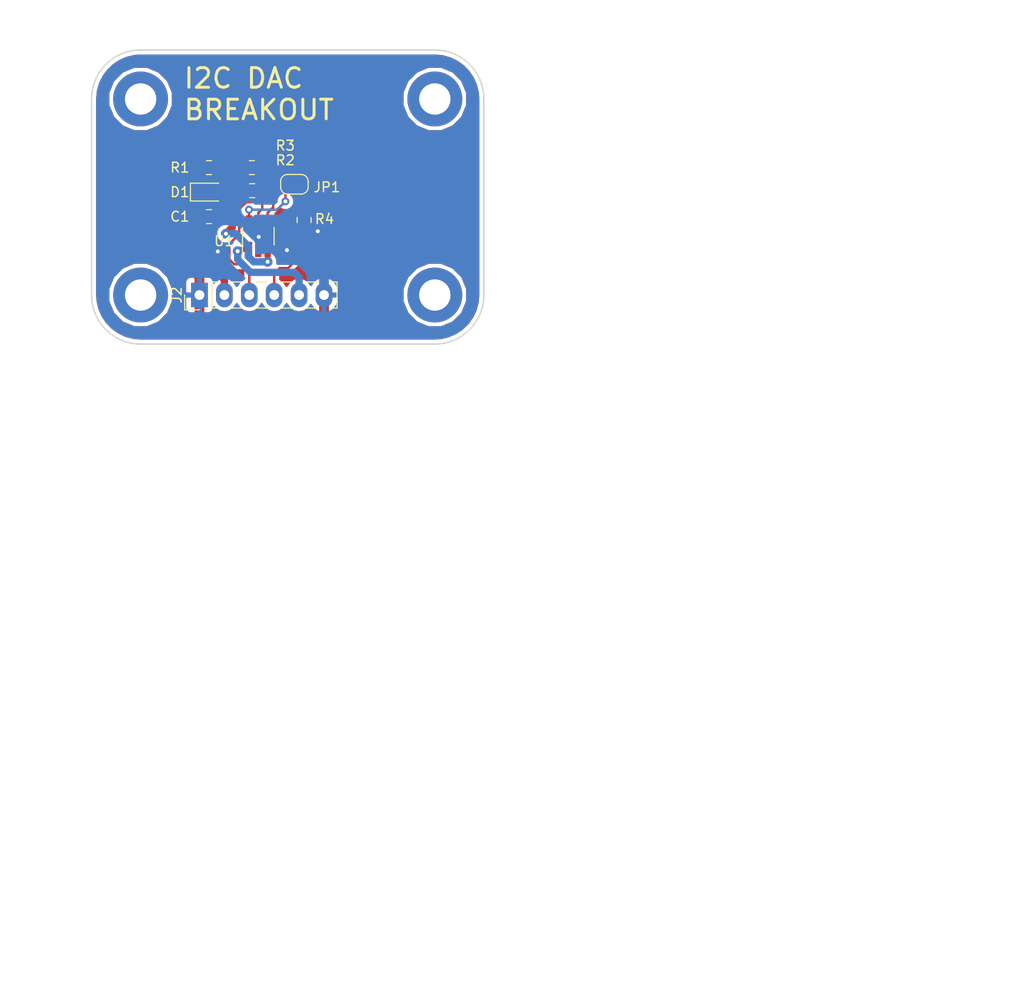
<source format=kicad_pcb>
(kicad_pcb (version 20171130) (host pcbnew 5.0.1-33cea8e~68~ubuntu18.04.1)

  (general
    (thickness 1.6)
    (drawings 13)
    (tracks 106)
    (zones 0)
    (modules 13)
    (nets 9)
  )

  (page A4)
  (layers
    (0 F.Cu signal)
    (31 B.Cu signal)
    (32 B.Adhes user)
    (33 F.Adhes user)
    (34 B.Paste user)
    (35 F.Paste user)
    (36 B.SilkS user)
    (37 F.SilkS user)
    (38 B.Mask user)
    (39 F.Mask user)
    (40 Dwgs.User user)
    (41 Cmts.User user)
    (42 Eco1.User user)
    (43 Eco2.User user)
    (44 Edge.Cuts user)
    (45 Margin user)
    (46 B.CrtYd user)
    (47 F.CrtYd user)
    (48 B.Fab user)
    (49 F.Fab user)
  )

  (setup
    (last_trace_width 0.25)
    (trace_clearance 0.2)
    (zone_clearance 0.381)
    (zone_45_only no)
    (trace_min 0.2)
    (segment_width 0.2)
    (edge_width 0.15)
    (via_size 0.8)
    (via_drill 0.4)
    (via_min_size 0.4)
    (via_min_drill 0.3)
    (uvia_size 0.3)
    (uvia_drill 0.1)
    (uvias_allowed no)
    (uvia_min_size 0.2)
    (uvia_min_drill 0.1)
    (pcb_text_width 0.3)
    (pcb_text_size 1.5 1.5)
    (mod_edge_width 0.15)
    (mod_text_size 1 1)
    (mod_text_width 0.15)
    (pad_size 1.524 1.524)
    (pad_drill 0.762)
    (pad_to_mask_clearance 0.051)
    (solder_mask_min_width 0.25)
    (aux_axis_origin 0 0)
    (visible_elements FFFFEFFF)
    (pcbplotparams
      (layerselection 0x010fc_ffffffff)
      (usegerberextensions false)
      (usegerberattributes false)
      (usegerberadvancedattributes false)
      (creategerberjobfile false)
      (excludeedgelayer true)
      (linewidth 0.100000)
      (plotframeref false)
      (viasonmask false)
      (mode 1)
      (useauxorigin false)
      (hpglpennumber 1)
      (hpglpenspeed 20)
      (hpglpendiameter 15.000000)
      (psnegative false)
      (psa4output false)
      (plotreference true)
      (plotvalue true)
      (plotinvisibletext false)
      (padsonsilk false)
      (subtractmaskfromsilk false)
      (outputformat 1)
      (mirror false)
      (drillshape 1)
      (scaleselection 1)
      (outputdirectory ""))
  )

  (net 0 "")
  (net 1 VDD)
  (net 2 "Net-(D1-Pad2)")
  (net 3 /SCL)
  (net 4 /SDA)
  (net 5 GND)
  (net 6 "Net-(JP1-Pad2)")
  (net 7 "Net-(JP1-Pad1)")
  (net 8 /VOUT)

  (net_class Default "This is the default net class."
    (clearance 0.2)
    (trace_width 0.25)
    (via_dia 0.8)
    (via_drill 0.4)
    (uvia_dia 0.3)
    (uvia_drill 0.1)
    (add_net /SCL)
    (add_net /SDA)
    (add_net "Net-(D1-Pad2)")
    (add_net "Net-(JP1-Pad1)")
    (add_net "Net-(JP1-Pad2)")
  )

  (net_class GND ""
    (clearance 0.2)
    (trace_width 1)
    (via_dia 1.2)
    (via_drill 0.4)
    (uvia_dia 0.3)
    (uvia_drill 0.1)
    (add_net GND)
  )

  (net_class VDD ""
    (clearance 0.2)
    (trace_width 0.75)
    (via_dia 1)
    (via_drill 0.4)
    (uvia_dia 0.3)
    (uvia_drill 0.1)
    (add_net VDD)
  )

  (net_class VOUT ""
    (clearance 0.2)
    (trace_width 0.75)
    (via_dia 1)
    (via_drill 0.4)
    (uvia_dia 0.3)
    (uvia_drill 0.1)
    (add_net /VOUT)
  )

  (module footprint-lib:Pin_Header_Straight_1x06_Pitch2.54mm (layer F.Cu) (tedit 5BCF7451) (tstamp 5BD693FE)
    (at 16 30 90)
    (descr "Through hole straight pin header, 1x06, 2.54mm pitch, single row")
    (tags "Through hole pin header THT 1x06 2.54mm single row")
    (path /5BC8AC85)
    (fp_text reference J2 (at 0 -2.33 90) (layer F.SilkS)
      (effects (font (size 1 1) (thickness 0.15)))
    )
    (fp_text value Conn_01x06 (at 0 15.03 90) (layer F.Fab)
      (effects (font (size 1 1) (thickness 0.15)))
    )
    (fp_text user %R (at 0 6.35 180) (layer F.Fab)
      (effects (font (size 1 1) (thickness 0.15)))
    )
    (fp_line (start 1.77 -1.77) (end -1.77 -1.77) (layer F.CrtYd) (width 0.05))
    (fp_line (start 1.77 14.47) (end 1.77 -1.77) (layer F.CrtYd) (width 0.05))
    (fp_line (start -1.77 14.47) (end 1.77 14.47) (layer F.CrtYd) (width 0.05))
    (fp_line (start -1.77 -1.77) (end -1.77 14.47) (layer F.CrtYd) (width 0.05))
    (fp_line (start -1.51 -1.51) (end 0 -1.51) (layer F.SilkS) (width 0.12))
    (fp_line (start -1.51 0) (end -1.51 -1.51) (layer F.SilkS) (width 0.12))
    (fp_line (start -1.33 1.27) (end 1.33 1.27) (layer F.SilkS) (width 0.12))
    (fp_line (start 1.33 10.874983) (end 1.33 11.985017) (layer F.SilkS) (width 0.12))
    (fp_line (start -1.33 10.874983) (end -1.33 11.985017) (layer F.SilkS) (width 0.12))
    (fp_line (start 1.33 8.334983) (end 1.33 9.445017) (layer F.SilkS) (width 0.12))
    (fp_line (start -1.33 8.334983) (end -1.33 9.445017) (layer F.SilkS) (width 0.12))
    (fp_line (start 1.33 5.794983) (end 1.33 6.905017) (layer F.SilkS) (width 0.12))
    (fp_line (start -1.33 5.794983) (end -1.33 6.905017) (layer F.SilkS) (width 0.12))
    (fp_line (start 1.33 3.254983) (end 1.33 4.365017) (layer F.SilkS) (width 0.12))
    (fp_line (start -1.33 3.254983) (end -1.33 4.365017) (layer F.SilkS) (width 0.12))
    (fp_line (start 1.33 13.414983) (end 1.33 14.03) (layer F.SilkS) (width 0.12))
    (fp_line (start 1.33 1.27) (end 1.33 1.825017) (layer F.SilkS) (width 0.12))
    (fp_line (start -1.33 13.414983) (end -1.33 14.03) (layer F.SilkS) (width 0.12))
    (fp_line (start -1.33 1.27) (end -1.33 1.825017) (layer F.SilkS) (width 0.12))
    (fp_line (start -1.33 14.03) (end 1.33 14.03) (layer F.SilkS) (width 0.12))
    (fp_line (start -1.27 -0.635) (end -0.635 -1.27) (layer F.Fab) (width 0.1))
    (fp_line (start -1.27 13.97) (end -1.27 -0.635) (layer F.Fab) (width 0.1))
    (fp_line (start 1.27 13.97) (end -1.27 13.97) (layer F.Fab) (width 0.1))
    (fp_line (start 1.27 -1.27) (end 1.27 13.97) (layer F.Fab) (width 0.1))
    (fp_line (start -0.635 -1.27) (end 1.27 -1.27) (layer F.Fab) (width 0.1))
    (pad 6 thru_hole oval (at 0 12.7 90) (size 2.5 1.7) (drill 1) (layers *.Cu *.Mask)
      (net 5 GND))
    (pad 5 thru_hole oval (at 0 10.16 90) (size 2.5 1.7) (drill 1) (layers *.Cu *.Mask)
      (net 8 /VOUT))
    (pad 4 thru_hole oval (at 0 7.62 90) (size 2.5 1.7) (drill 1) (layers *.Cu *.Mask)
      (net 4 /SDA))
    (pad 3 thru_hole oval (at 0 5.08 90) (size 2.5 1.7) (drill 1) (layers *.Cu *.Mask)
      (net 3 /SCL))
    (pad 2 thru_hole oval (at 0 2.54 90) (size 2.5 1.7) (drill 1) (layers *.Cu *.Mask)
      (net 1 VDD))
    (pad 1 thru_hole rect (at 0 0 90) (size 2.5 1.7) (drill 1) (layers *.Cu *.Mask)
      (net 5 GND))
    (model ${KISYS3DMOD}/Pin_Headers.3dshapes/Pin_Header_Straight_1x06_Pitch2.54mm.wrl
      (at (xyz 0 0 0))
      (scale (xyz 1 1 1))
      (rotate (xyz 0 0 0))
    )
  )

  (module MountingHole:MountingHole_3.2mm_M3_DIN965_Pad locked (layer F.Cu) (tedit 5BC8AB29) (tstamp 5BE40148)
    (at 10 30)
    (descr "Mounting Hole 3.2mm, M3, DIN965")
    (tags "mounting hole 3.2mm m3 din965")
    (attr virtual)
    (fp_text reference REF** (at 0 -3.8) (layer F.SilkS) hide
      (effects (font (size 1 1) (thickness 0.15)))
    )
    (fp_text value MountingHole_3.2mm_M3_DIN965_Pad (at 0 3.8) (layer F.Fab)
      (effects (font (size 1 1) (thickness 0.15)))
    )
    (fp_text user %R (at 0.3 0) (layer F.Fab)
      (effects (font (size 1 1) (thickness 0.15)))
    )
    (fp_circle (center 0 0) (end 2.8 0) (layer Cmts.User) (width 0.15))
    (fp_circle (center 0 0) (end 3.05 0) (layer F.CrtYd) (width 0.05))
    (pad 1 thru_hole circle (at 0 0) (size 5.6 5.6) (drill 3.2) (layers *.Cu *.Mask))
  )

  (module MountingHole:MountingHole_3.2mm_M3_DIN965_Pad locked (layer F.Cu) (tedit 5BC8AB38) (tstamp 5BE40148)
    (at 40 30)
    (descr "Mounting Hole 3.2mm, M3, DIN965")
    (tags "mounting hole 3.2mm m3 din965")
    (attr virtual)
    (fp_text reference REF** (at 0 -3.8) (layer F.SilkS) hide
      (effects (font (size 1 1) (thickness 0.15)))
    )
    (fp_text value MountingHole_3.2mm_M3_DIN965_Pad (at 0 3.8) (layer F.Fab)
      (effects (font (size 1 1) (thickness 0.15)))
    )
    (fp_text user %R (at 0.3 0) (layer F.Fab)
      (effects (font (size 1 1) (thickness 0.15)))
    )
    (fp_circle (center 0 0) (end 2.8 0) (layer Cmts.User) (width 0.15))
    (fp_circle (center 0 0) (end 3.05 0) (layer F.CrtYd) (width 0.05))
    (pad 1 thru_hole circle (at 0 0) (size 5.6 5.6) (drill 3.2) (layers *.Cu *.Mask))
  )

  (module MountingHole:MountingHole_3.2mm_M3_DIN965_Pad locked (layer F.Cu) (tedit 5BC8AB33) (tstamp 5BE40148)
    (at 40 10)
    (descr "Mounting Hole 3.2mm, M3, DIN965")
    (tags "mounting hole 3.2mm m3 din965")
    (attr virtual)
    (fp_text reference REF** (at 0 -3.8) (layer F.SilkS) hide
      (effects (font (size 1 1) (thickness 0.15)))
    )
    (fp_text value MountingHole_3.2mm_M3_DIN965_Pad (at 0 3.8) (layer F.Fab)
      (effects (font (size 1 1) (thickness 0.15)))
    )
    (fp_text user %R (at 0.3 0) (layer F.Fab)
      (effects (font (size 1 1) (thickness 0.15)))
    )
    (fp_circle (center 0 0) (end 2.8 0) (layer Cmts.User) (width 0.15))
    (fp_circle (center 0 0) (end 3.05 0) (layer F.CrtYd) (width 0.05))
    (pad 1 thru_hole circle (at 0 0) (size 5.6 5.6) (drill 3.2) (layers *.Cu *.Mask))
  )

  (module Resistor_SMD:R_0805_2012Metric_Pad1.15x1.40mm_HandSolder (layer F.Cu) (tedit 5B36C52B) (tstamp 5BD69387)
    (at 21.3778 19.3548)
    (descr "Resistor SMD 0805 (2012 Metric), square (rectangular) end terminal, IPC_7351 nominal with elongated pad for handsoldering. (Body size source: https://docs.google.com/spreadsheets/d/1BsfQQcO9C6DZCsRaXUlFlo91Tg2WpOkGARC1WS5S8t0/edit?usp=sharing), generated with kicad-footprint-generator")
    (tags "resistor handsolder")
    (path /5BC8B37E)
    (attr smd)
    (fp_text reference R2 (at 3.3722 -3.1048) (layer F.SilkS)
      (effects (font (size 1 1) (thickness 0.15)))
    )
    (fp_text value R472 (at 0 1.65) (layer F.Fab)
      (effects (font (size 1 1) (thickness 0.15)))
    )
    (fp_line (start -1 0.6) (end -1 -0.6) (layer F.Fab) (width 0.1))
    (fp_line (start -1 -0.6) (end 1 -0.6) (layer F.Fab) (width 0.1))
    (fp_line (start 1 -0.6) (end 1 0.6) (layer F.Fab) (width 0.1))
    (fp_line (start 1 0.6) (end -1 0.6) (layer F.Fab) (width 0.1))
    (fp_line (start -0.261252 -0.71) (end 0.261252 -0.71) (layer F.SilkS) (width 0.12))
    (fp_line (start -0.261252 0.71) (end 0.261252 0.71) (layer F.SilkS) (width 0.12))
    (fp_line (start -1.85 0.95) (end -1.85 -0.95) (layer F.CrtYd) (width 0.05))
    (fp_line (start -1.85 -0.95) (end 1.85 -0.95) (layer F.CrtYd) (width 0.05))
    (fp_line (start 1.85 -0.95) (end 1.85 0.95) (layer F.CrtYd) (width 0.05))
    (fp_line (start 1.85 0.95) (end -1.85 0.95) (layer F.CrtYd) (width 0.05))
    (fp_text user %R (at 0 0) (layer F.Fab)
      (effects (font (size 0.5 0.5) (thickness 0.08)))
    )
    (pad 1 smd roundrect (at -1.025 0) (size 1.15 1.4) (layers F.Cu F.Paste F.Mask) (roundrect_rratio 0.217391)
      (net 1 VDD))
    (pad 2 smd roundrect (at 1.025 0) (size 1.15 1.4) (layers F.Cu F.Paste F.Mask) (roundrect_rratio 0.217391)
      (net 3 /SCL))
    (model ${KISYS3DMOD}/Resistor_SMD.3dshapes/R_0805_2012Metric.wrl
      (at (xyz 0 0 0))
      (scale (xyz 1 1 1))
      (rotate (xyz 0 0 0))
    )
  )

  (module Resistor_SMD:R_0805_2012Metric_Pad1.15x1.40mm_HandSolder (layer F.Cu) (tedit 5B36C52B) (tstamp 5BD69398)
    (at 21.3472 17)
    (descr "Resistor SMD 0805 (2012 Metric), square (rectangular) end terminal, IPC_7351 nominal with elongated pad for handsoldering. (Body size source: https://docs.google.com/spreadsheets/d/1BsfQQcO9C6DZCsRaXUlFlo91Tg2WpOkGARC1WS5S8t0/edit?usp=sharing), generated with kicad-footprint-generator")
    (tags "resistor handsolder")
    (path /5BC8B3A2)
    (attr smd)
    (fp_text reference R3 (at 3.4028 -2.25) (layer F.SilkS)
      (effects (font (size 1 1) (thickness 0.15)))
    )
    (fp_text value R472 (at 0 1.65) (layer F.Fab)
      (effects (font (size 1 1) (thickness 0.15)))
    )
    (fp_text user %R (at 0 0) (layer F.Fab)
      (effects (font (size 0.5 0.5) (thickness 0.08)))
    )
    (fp_line (start 1.85 0.95) (end -1.85 0.95) (layer F.CrtYd) (width 0.05))
    (fp_line (start 1.85 -0.95) (end 1.85 0.95) (layer F.CrtYd) (width 0.05))
    (fp_line (start -1.85 -0.95) (end 1.85 -0.95) (layer F.CrtYd) (width 0.05))
    (fp_line (start -1.85 0.95) (end -1.85 -0.95) (layer F.CrtYd) (width 0.05))
    (fp_line (start -0.261252 0.71) (end 0.261252 0.71) (layer F.SilkS) (width 0.12))
    (fp_line (start -0.261252 -0.71) (end 0.261252 -0.71) (layer F.SilkS) (width 0.12))
    (fp_line (start 1 0.6) (end -1 0.6) (layer F.Fab) (width 0.1))
    (fp_line (start 1 -0.6) (end 1 0.6) (layer F.Fab) (width 0.1))
    (fp_line (start -1 -0.6) (end 1 -0.6) (layer F.Fab) (width 0.1))
    (fp_line (start -1 0.6) (end -1 -0.6) (layer F.Fab) (width 0.1))
    (pad 2 smd roundrect (at 1.025 0) (size 1.15 1.4) (layers F.Cu F.Paste F.Mask) (roundrect_rratio 0.217391)
      (net 4 /SDA))
    (pad 1 smd roundrect (at -1.025 0) (size 1.15 1.4) (layers F.Cu F.Paste F.Mask) (roundrect_rratio 0.217391)
      (net 1 VDD))
    (model ${KISYS3DMOD}/Resistor_SMD.3dshapes/R_0805_2012Metric.wrl
      (at (xyz 0 0 0))
      (scale (xyz 1 1 1))
      (rotate (xyz 0 0 0))
    )
  )

  (module Capacitor_SMD:C_0805_2012Metric_Pad1.15x1.40mm_HandSolder (layer F.Cu) (tedit 5B36C52B) (tstamp 5BD69425)
    (at 16.975 22 180)
    (descr "Capacitor SMD 0805 (2012 Metric), square (rectangular) end terminal, IPC_7351 nominal with elongated pad for handsoldering. (Body size source: https://docs.google.com/spreadsheets/d/1BsfQQcO9C6DZCsRaXUlFlo91Tg2WpOkGARC1WS5S8t0/edit?usp=sharing), generated with kicad-footprint-generator")
    (tags "capacitor handsolder")
    (path /5BC8BAA1)
    (attr smd)
    (fp_text reference C1 (at 2.975 0 180) (layer F.SilkS)
      (effects (font (size 1 1) (thickness 0.15)))
    )
    (fp_text value C106 (at 0 1.65 180) (layer F.Fab)
      (effects (font (size 1 1) (thickness 0.15)))
    )
    (fp_line (start -1 0.6) (end -1 -0.6) (layer F.Fab) (width 0.1))
    (fp_line (start -1 -0.6) (end 1 -0.6) (layer F.Fab) (width 0.1))
    (fp_line (start 1 -0.6) (end 1 0.6) (layer F.Fab) (width 0.1))
    (fp_line (start 1 0.6) (end -1 0.6) (layer F.Fab) (width 0.1))
    (fp_line (start -0.261252 -0.71) (end 0.261252 -0.71) (layer F.SilkS) (width 0.12))
    (fp_line (start -0.261252 0.71) (end 0.261252 0.71) (layer F.SilkS) (width 0.12))
    (fp_line (start -1.85 0.95) (end -1.85 -0.95) (layer F.CrtYd) (width 0.05))
    (fp_line (start -1.85 -0.95) (end 1.85 -0.95) (layer F.CrtYd) (width 0.05))
    (fp_line (start 1.85 -0.95) (end 1.85 0.95) (layer F.CrtYd) (width 0.05))
    (fp_line (start 1.85 0.95) (end -1.85 0.95) (layer F.CrtYd) (width 0.05))
    (fp_text user %R (at 0 0 180) (layer F.Fab)
      (effects (font (size 0.5 0.5) (thickness 0.08)))
    )
    (pad 1 smd roundrect (at -1.025 0 180) (size 1.15 1.4) (layers F.Cu F.Paste F.Mask) (roundrect_rratio 0.217391)
      (net 1 VDD))
    (pad 2 smd roundrect (at 1.025 0 180) (size 1.15 1.4) (layers F.Cu F.Paste F.Mask) (roundrect_rratio 0.217391)
      (net 5 GND))
    (model ${KISYS3DMOD}/Capacitor_SMD.3dshapes/C_0805_2012Metric.wrl
      (at (xyz 0 0 0))
      (scale (xyz 1 1 1))
      (rotate (xyz 0 0 0))
    )
  )

  (module Jumper:SolderJumper-2_P1.3mm_Bridged_RoundedPad1.0x1.5mm (layer F.Cu) (tedit 5B391ABA) (tstamp 5BE40E36)
    (at 25.68 18.7)
    (descr "SMD Solder Jumper, 1x1.5mm, rounded Pads, 0.3mm gap, bridged with 1 copper strip")
    (tags "solder jumper open")
    (path /5BC8EBE3)
    (attr virtual)
    (fp_text reference JP1 (at 3.32 0.3) (layer F.SilkS)
      (effects (font (size 1 1) (thickness 0.15)))
    )
    (fp_text value A0_SEL (at 0 1.9) (layer F.Fab)
      (effects (font (size 1 1) (thickness 0.15)))
    )
    (fp_line (start 1.65 1.25) (end -1.65 1.25) (layer F.CrtYd) (width 0.05))
    (fp_line (start 1.65 1.25) (end 1.65 -1.25) (layer F.CrtYd) (width 0.05))
    (fp_line (start -1.65 -1.25) (end -1.65 1.25) (layer F.CrtYd) (width 0.05))
    (fp_line (start -1.65 -1.25) (end 1.65 -1.25) (layer F.CrtYd) (width 0.05))
    (fp_line (start -0.7 -1) (end 0.7 -1) (layer F.SilkS) (width 0.12))
    (fp_line (start 1.4 -0.3) (end 1.4 0.3) (layer F.SilkS) (width 0.12))
    (fp_line (start 0.7 1) (end -0.7 1) (layer F.SilkS) (width 0.12))
    (fp_line (start -1.4 0.3) (end -1.4 -0.3) (layer F.SilkS) (width 0.12))
    (fp_arc (start -0.7 -0.3) (end -0.7 -1) (angle -90) (layer F.SilkS) (width 0.12))
    (fp_arc (start -0.7 0.3) (end -1.4 0.3) (angle -90) (layer F.SilkS) (width 0.12))
    (fp_arc (start 0.7 0.3) (end 0.7 1) (angle -90) (layer F.SilkS) (width 0.12))
    (fp_arc (start 0.7 -0.3) (end 1.4 -0.3) (angle -90) (layer F.SilkS) (width 0.12))
    (pad 2 smd custom (at 0.65 0) (size 1 0.5) (layers F.Cu F.Mask)
      (net 6 "Net-(JP1-Pad2)") (zone_connect 0)
      (options (clearance outline) (anchor rect))
      (primitives
        (gr_circle (center 0 0.25) (end 0.5 0.25) (width 0))
        (gr_circle (center 0 -0.25) (end 0.5 -0.25) (width 0))
        (gr_poly (pts
           (xy 0 -0.75) (xy -0.5 -0.75) (xy -0.5 0.75) (xy 0 0.75)) (width 0))
      ))
    (pad 1 smd custom (at -0.65 0) (size 1 0.5) (layers F.Cu F.Mask)
      (net 7 "Net-(JP1-Pad1)") (zone_connect 0)
      (options (clearance outline) (anchor rect))
      (primitives
        (gr_circle (center 0 0.25) (end 0.5 0.25) (width 0))
        (gr_circle (center 0 -0.25) (end 0.5 -0.25) (width 0))
        (gr_poly (pts
           (xy 0 -0.75) (xy 0.5 -0.75) (xy 0.5 0.75) (xy 0 0.75)) (width 0))
        (gr_poly (pts
           (xy 0.9 -0.3) (xy 0.4 -0.3) (xy 0.4 0.3) (xy 0.9 0.3)) (width 0))
      ))
  )

  (module LED_SMD:LED_0805_2012Metric_Castellated (layer F.Cu) (tedit 5B36C52C) (tstamp 5BE45DB0)
    (at 16.9625 19.5)
    (descr "LED SMD 0805 (2012 Metric), castellated end terminal, IPC_7351 nominal, (Body size source: https://docs.google.com/spreadsheets/d/1BsfQQcO9C6DZCsRaXUlFlo91Tg2WpOkGARC1WS5S8t0/edit?usp=sharing), generated with kicad-footprint-generator")
    (tags "LED castellated")
    (path /5BC8BEC5)
    (attr smd)
    (fp_text reference D1 (at -2.9625 0) (layer F.SilkS)
      (effects (font (size 1 1) (thickness 0.15)))
    )
    (fp_text value LED_GREEN (at 0 1.6) (layer F.Fab)
      (effects (font (size 1 1) (thickness 0.15)))
    )
    (fp_line (start 1 -0.6) (end -0.7 -0.6) (layer F.Fab) (width 0.1))
    (fp_line (start -0.7 -0.6) (end -1 -0.3) (layer F.Fab) (width 0.1))
    (fp_line (start -1 -0.3) (end -1 0.6) (layer F.Fab) (width 0.1))
    (fp_line (start -1 0.6) (end 1 0.6) (layer F.Fab) (width 0.1))
    (fp_line (start 1 0.6) (end 1 -0.6) (layer F.Fab) (width 0.1))
    (fp_line (start 1 -0.91) (end -1.885 -0.91) (layer F.SilkS) (width 0.12))
    (fp_line (start -1.885 -0.91) (end -1.885 0.91) (layer F.SilkS) (width 0.12))
    (fp_line (start -1.885 0.91) (end 1 0.91) (layer F.SilkS) (width 0.12))
    (fp_line (start -1.88 0.9) (end -1.88 -0.9) (layer F.CrtYd) (width 0.05))
    (fp_line (start -1.88 -0.9) (end 1.88 -0.9) (layer F.CrtYd) (width 0.05))
    (fp_line (start 1.88 -0.9) (end 1.88 0.9) (layer F.CrtYd) (width 0.05))
    (fp_line (start 1.88 0.9) (end -1.88 0.9) (layer F.CrtYd) (width 0.05))
    (fp_text user %R (at 0 0) (layer F.Fab)
      (effects (font (size 0.5 0.5) (thickness 0.08)))
    )
    (pad 1 smd roundrect (at -0.9625 0) (size 1.325 1.3) (layers F.Cu F.Paste F.Mask) (roundrect_rratio 0.192308)
      (net 5 GND))
    (pad 2 smd roundrect (at 0.9625 0) (size 1.325 1.3) (layers F.Cu F.Paste F.Mask) (roundrect_rratio 0.192308)
      (net 2 "Net-(D1-Pad2)"))
    (model ${KISYS3DMOD}/LED_SMD.3dshapes/LED_0805_2012Metric_Castellated.wrl
      (at (xyz 0 0 0))
      (scale (xyz 1 1 1))
      (rotate (xyz 0 0 0))
    )
  )

  (module Package_TO_SOT_SMD:SOT-23-6_Handsoldering (layer F.Cu) (tedit 5A02FF57) (tstamp 5BD693BF)
    (at 22 24 90)
    (descr "6-pin SOT-23 package, Handsoldering")
    (tags "SOT-23-6 Handsoldering")
    (path /5BC8AB88)
    (attr smd)
    (fp_text reference U1 (at -0.5 -3.5 180) (layer F.SilkS)
      (effects (font (size 1 1) (thickness 0.15)))
    )
    (fp_text value MCP4725 (at 0 2.9 90) (layer F.Fab)
      (effects (font (size 1 1) (thickness 0.15)))
    )
    (fp_text user %R (at 0 0 180) (layer F.Fab)
      (effects (font (size 0.5 0.5) (thickness 0.075)))
    )
    (fp_line (start -0.9 1.61) (end 0.9 1.61) (layer F.SilkS) (width 0.12))
    (fp_line (start 0.9 -1.61) (end -2.05 -1.61) (layer F.SilkS) (width 0.12))
    (fp_line (start -2.4 1.8) (end -2.4 -1.8) (layer F.CrtYd) (width 0.05))
    (fp_line (start 2.4 1.8) (end -2.4 1.8) (layer F.CrtYd) (width 0.05))
    (fp_line (start 2.4 -1.8) (end 2.4 1.8) (layer F.CrtYd) (width 0.05))
    (fp_line (start -2.4 -1.8) (end 2.4 -1.8) (layer F.CrtYd) (width 0.05))
    (fp_line (start -0.9 -0.9) (end -0.25 -1.55) (layer F.Fab) (width 0.1))
    (fp_line (start 0.9 -1.55) (end -0.25 -1.55) (layer F.Fab) (width 0.1))
    (fp_line (start -0.9 -0.9) (end -0.9 1.55) (layer F.Fab) (width 0.1))
    (fp_line (start 0.9 1.55) (end -0.9 1.55) (layer F.Fab) (width 0.1))
    (fp_line (start 0.9 -1.55) (end 0.9 1.55) (layer F.Fab) (width 0.1))
    (pad 1 smd rect (at -1.35 -0.95 90) (size 1.56 0.65) (layers F.Cu F.Paste F.Mask)
      (net 8 /VOUT))
    (pad 2 smd rect (at -1.35 0 90) (size 1.56 0.65) (layers F.Cu F.Paste F.Mask)
      (net 5 GND))
    (pad 3 smd rect (at -1.35 0.95 90) (size 1.56 0.65) (layers F.Cu F.Paste F.Mask)
      (net 1 VDD))
    (pad 4 smd rect (at 1.35 0.95 90) (size 1.56 0.65) (layers F.Cu F.Paste F.Mask)
      (net 4 /SDA))
    (pad 6 smd rect (at 1.35 -0.95 90) (size 1.56 0.65) (layers F.Cu F.Paste F.Mask)
      (net 7 "Net-(JP1-Pad1)"))
    (pad 5 smd rect (at 1.35 0 90) (size 1.56 0.65) (layers F.Cu F.Paste F.Mask)
      (net 3 /SCL))
    (model ${KISYS3DMOD}/Package_TO_SOT_SMD.3dshapes/SOT-23-6.wrl
      (at (xyz 0 0 0))
      (scale (xyz 1 1 1))
      (rotate (xyz 0 0 0))
    )
  )

  (module Resistor_SMD:R_0805_2012Metric_Pad1.15x1.40mm_HandSolder (layer F.Cu) (tedit 5B36C52B) (tstamp 5BD693A9)
    (at 26.67 22.352 270)
    (descr "Resistor SMD 0805 (2012 Metric), square (rectangular) end terminal, IPC_7351 nominal with elongated pad for handsoldering. (Body size source: https://docs.google.com/spreadsheets/d/1BsfQQcO9C6DZCsRaXUlFlo91Tg2WpOkGARC1WS5S8t0/edit?usp=sharing), generated with kicad-footprint-generator")
    (tags "resistor handsolder")
    (path /5BC8EF55)
    (attr smd)
    (fp_text reference R4 (at -0.102 -2.08) (layer F.SilkS)
      (effects (font (size 1 1) (thickness 0.15)))
    )
    (fp_text value R103 (at 0 1.65 270) (layer F.Fab)
      (effects (font (size 1 1) (thickness 0.15)))
    )
    (fp_line (start -1 0.6) (end -1 -0.6) (layer F.Fab) (width 0.1))
    (fp_line (start -1 -0.6) (end 1 -0.6) (layer F.Fab) (width 0.1))
    (fp_line (start 1 -0.6) (end 1 0.6) (layer F.Fab) (width 0.1))
    (fp_line (start 1 0.6) (end -1 0.6) (layer F.Fab) (width 0.1))
    (fp_line (start -0.261252 -0.71) (end 0.261252 -0.71) (layer F.SilkS) (width 0.12))
    (fp_line (start -0.261252 0.71) (end 0.261252 0.71) (layer F.SilkS) (width 0.12))
    (fp_line (start -1.85 0.95) (end -1.85 -0.95) (layer F.CrtYd) (width 0.05))
    (fp_line (start -1.85 -0.95) (end 1.85 -0.95) (layer F.CrtYd) (width 0.05))
    (fp_line (start 1.85 -0.95) (end 1.85 0.95) (layer F.CrtYd) (width 0.05))
    (fp_line (start 1.85 0.95) (end -1.85 0.95) (layer F.CrtYd) (width 0.05))
    (fp_text user %R (at 0 0 270) (layer F.Fab)
      (effects (font (size 0.5 0.5) (thickness 0.08)))
    )
    (pad 1 smd roundrect (at -1.025 0 270) (size 1.15 1.4) (layers F.Cu F.Paste F.Mask) (roundrect_rratio 0.217391)
      (net 6 "Net-(JP1-Pad2)"))
    (pad 2 smd roundrect (at 1.025 0 270) (size 1.15 1.4) (layers F.Cu F.Paste F.Mask) (roundrect_rratio 0.217391)
      (net 5 GND))
    (model ${KISYS3DMOD}/Resistor_SMD.3dshapes/R_0805_2012Metric.wrl
      (at (xyz 0 0 0))
      (scale (xyz 1 1 1))
      (rotate (xyz 0 0 0))
    )
  )

  (module Resistor_SMD:R_0805_2012Metric_Pad1.15x1.40mm_HandSolder (layer F.Cu) (tedit 5B36C52B) (tstamp 5BD69376)
    (at 16.975 17 180)
    (descr "Resistor SMD 0805 (2012 Metric), square (rectangular) end terminal, IPC_7351 nominal with elongated pad for handsoldering. (Body size source: https://docs.google.com/spreadsheets/d/1BsfQQcO9C6DZCsRaXUlFlo91Tg2WpOkGARC1WS5S8t0/edit?usp=sharing), generated with kicad-footprint-generator")
    (tags "resistor handsolder")
    (path /5BC8BDC5)
    (attr smd)
    (fp_text reference R1 (at 2.975 0 180) (layer F.SilkS)
      (effects (font (size 1 1) (thickness 0.15)))
    )
    (fp_text value R102 (at 0 1.65 180) (layer F.Fab)
      (effects (font (size 1 1) (thickness 0.15)))
    )
    (fp_line (start -1 0.6) (end -1 -0.6) (layer F.Fab) (width 0.1))
    (fp_line (start -1 -0.6) (end 1 -0.6) (layer F.Fab) (width 0.1))
    (fp_line (start 1 -0.6) (end 1 0.6) (layer F.Fab) (width 0.1))
    (fp_line (start 1 0.6) (end -1 0.6) (layer F.Fab) (width 0.1))
    (fp_line (start -0.261252 -0.71) (end 0.261252 -0.71) (layer F.SilkS) (width 0.12))
    (fp_line (start -0.261252 0.71) (end 0.261252 0.71) (layer F.SilkS) (width 0.12))
    (fp_line (start -1.85 0.95) (end -1.85 -0.95) (layer F.CrtYd) (width 0.05))
    (fp_line (start -1.85 -0.95) (end 1.85 -0.95) (layer F.CrtYd) (width 0.05))
    (fp_line (start 1.85 -0.95) (end 1.85 0.95) (layer F.CrtYd) (width 0.05))
    (fp_line (start 1.85 0.95) (end -1.85 0.95) (layer F.CrtYd) (width 0.05))
    (fp_text user %R (at 0 0 180) (layer F.Fab)
      (effects (font (size 0.5 0.5) (thickness 0.08)))
    )
    (pad 1 smd roundrect (at -1.025 0 180) (size 1.15 1.4) (layers F.Cu F.Paste F.Mask) (roundrect_rratio 0.217391)
      (net 1 VDD))
    (pad 2 smd roundrect (at 1.025 0 180) (size 1.15 1.4) (layers F.Cu F.Paste F.Mask) (roundrect_rratio 0.217391)
      (net 2 "Net-(D1-Pad2)"))
    (model ${KISYS3DMOD}/Resistor_SMD.3dshapes/R_0805_2012Metric.wrl
      (at (xyz 0 0 0))
      (scale (xyz 1 1 1))
      (rotate (xyz 0 0 0))
    )
  )

  (module MountingHole:MountingHole_3.2mm_M3_DIN965_Pad locked (layer F.Cu) (tedit 5BC8AB30) (tstamp 5BE4012F)
    (at 10 10)
    (descr "Mounting Hole 3.2mm, M3, DIN965")
    (tags "mounting hole 3.2mm m3 din965")
    (attr virtual)
    (fp_text reference REF** (at 0 -3.8) (layer F.SilkS) hide
      (effects (font (size 1 1) (thickness 0.15)))
    )
    (fp_text value MountingHole_3.2mm_M3_DIN965_Pad (at 0 3.8) (layer F.Fab)
      (effects (font (size 1 1) (thickness 0.15)))
    )
    (fp_circle (center 0 0) (end 3.05 0) (layer F.CrtYd) (width 0.05))
    (fp_circle (center 0 0) (end 2.8 0) (layer Cmts.User) (width 0.15))
    (fp_text user %R (at 0.3 0) (layer F.Fab)
      (effects (font (size 1 1) (thickness 0.15)))
    )
    (pad 1 thru_hole circle (at 0 0) (size 5.6 5.6) (drill 3.2) (layers *.Cu *.Mask))
  )

  (gr_text "I2C DAC\nBREAKOUT\n" (at 14.25 9.5) (layer F.SilkS)
    (effects (font (size 2 2) (thickness 0.3)) (justify left))
  )
  (gr_line (start 10 5) (end 40 5) (layer Edge.Cuts) (width 0.15))
  (gr_line (start 5 30) (end 5 10) (layer Edge.Cuts) (width 0.15))
  (gr_line (start 40 35) (end 10 35) (layer Edge.Cuts) (width 0.15))
  (gr_line (start 45 10) (end 45 30) (layer Edge.Cuts) (width 0.15))
  (gr_arc (start 40 30) (end 40 35) (angle -90) (layer Edge.Cuts) (width 0.15))
  (gr_arc (start 10 30) (end 5 30) (angle -90) (layer Edge.Cuts) (width 0.15))
  (gr_arc (start 10 10) (end 10 5) (angle -90) (layer Edge.Cuts) (width 0.15))
  (gr_arc (start 40 10) (end 45 10) (angle -90) (layer Edge.Cuts) (width 0.15))
  (gr_line (start 0 0) (end 100 0) (layer Dwgs.User) (width 0.2))
  (gr_line (start 100 0) (end 100 100) (layer Dwgs.User) (width 0.2))
  (gr_line (start 0 100) (end 100 100) (layer Dwgs.User) (width 0.2))
  (gr_line (start 0 0) (end 0 100) (layer Dwgs.User) (width 0.2))

  (segment (start 18 17) (end 19.9464 17) (width 0.75) (layer F.Cu) (net 1) (status 30))
  (via (at 18.6944 23.749) (size 1) (drill 0.4) (layers F.Cu B.Cu) (net 1) (tstamp 5BD333FA))
  (segment (start 20.3222 19.3242) (end 20.3528 19.3548) (width 0.75) (layer F.Cu) (net 1) (status 30))
  (segment (start 20.3222 17.0216) (end 20.3222 19.3242) (width 0.75) (layer F.Cu) (net 1) (status 30))
  (segment (start 19.0972 22) (end 18 22) (width 0.75) (layer F.Cu) (net 1) (status 20))
  (segment (start 19.3294 20.3782) (end 20.3528 19.3548) (width 0.75) (layer F.Cu) (net 1) (status 20))
  (segment (start 20.3528 17.0306) (end 20.3222 17) (width 0.75) (layer F.Cu) (net 1) (status 30))
  (segment (start 20.3528 19.3548) (end 20.3528 17.0306) (width 0.75) (layer F.Cu) (net 1) (status 30))
  (segment (start 20.3222 17) (end 18 17) (width 0.75) (layer F.Cu) (net 1) (status 30))
  (segment (start 18 22) (end 19.1734 22) (width 0.75) (layer F.Cu) (net 1) (status 10))
  (segment (start 19.1734 22) (end 19.3294 21.844) (width 0.75) (layer F.Cu) (net 1))
  (via (at 22.95 26.61099) (size 1) (drill 0.4) (layers F.Cu B.Cu) (net 1))
  (segment (start 21.53099 26.61099) (end 22.242894 26.61099) (width 0.75) (layer B.Cu) (net 1))
  (segment (start 20.97219 26.05219) (end 21.53099 26.61099) (width 0.75) (layer B.Cu) (net 1))
  (segment (start 20.97219 24.98539) (end 20.97219 26.05219) (width 0.75) (layer B.Cu) (net 1))
  (segment (start 22.242894 26.61099) (end 22.95 26.61099) (width 0.75) (layer B.Cu) (net 1))
  (segment (start 22.95 25.35) (end 22.95 26.61099) (width 0.5) (layer F.Cu) (net 1))
  (segment (start 19.401506 23.749) (end 18.6944 23.749) (width 0.75) (layer B.Cu) (net 1))
  (segment (start 19.710182 23.749) (end 19.401506 23.749) (width 0.75) (layer B.Cu) (net 1))
  (segment (start 20.946572 24.98539) (end 19.710182 23.749) (width 0.75) (layer B.Cu) (net 1))
  (segment (start 20.97219 24.98539) (end 20.946572 24.98539) (width 0.75) (layer B.Cu) (net 1))
  (segment (start 19.3294 23.114) (end 18.6944 23.749) (width 0.75) (layer F.Cu) (net 1))
  (segment (start 19.3294 20.9042) (end 19.3294 23.114) (width 0.75) (layer F.Cu) (net 1))
  (segment (start 19.3294 20.9042) (end 19.3294 20.3782) (width 0.75) (layer F.Cu) (net 1))
  (segment (start 19.3294 21.844) (end 19.3294 20.9042) (width 0.75) (layer F.Cu) (net 1))
  (segment (start 16.694999 26.124001) (end 16.694999 23.305001) (width 0.75) (layer F.Cu) (net 1))
  (segment (start 16.70001 26.129012) (end 16.694999 26.124001) (width 0.75) (layer F.Cu) (net 1))
  (segment (start 17.376628 22.623372) (end 18 22) (width 0.75) (layer F.Cu) (net 1))
  (segment (start 16.70001 26.579973) (end 16.70001 26.129012) (width 0.75) (layer F.Cu) (net 1))
  (segment (start 16.694999 23.305001) (end 17.376628 22.623372) (width 0.75) (layer F.Cu) (net 1))
  (segment (start 18.54 28.419963) (end 16.70001 26.579973) (width 0.75) (layer F.Cu) (net 1))
  (segment (start 18.54 30) (end 18.54 28.419963) (width 0.75) (layer F.Cu) (net 1))
  (segment (start 17.925 18.5346) (end 17.925 19.5) (width 0.25) (layer F.Cu) (net 2) (status 20))
  (segment (start 17.6022 18.2118) (end 17.925 18.5346) (width 0.25) (layer F.Cu) (net 2))
  (segment (start 16.1036 18.2118) (end 17.6022 18.2118) (width 0.25) (layer F.Cu) (net 2))
  (segment (start 15.95 17) (end 15.95 18.0582) (width 0.25) (layer F.Cu) (net 2) (status 10))
  (segment (start 15.95 18.0582) (end 16.1036 18.2118) (width 0.25) (layer F.Cu) (net 2))
  (segment (start 22 21.62) (end 22 22.65) (width 0.25) (layer F.Cu) (net 3) (status 20))
  (segment (start 22.4028 21.2172) (end 22 21.62) (width 0.25) (layer F.Cu) (net 3))
  (segment (start 22.4028 19.3548) (end 22.4028 20.574) (width 0.25) (layer F.Cu) (net 3) (status 10))
  (segment (start 22.4028 20.574) (end 22.4028 21.2172) (width 0.25) (layer F.Cu) (net 3))
  (segment (start 21.08 27.23) (end 21.08 30) (width 0.25) (layer F.Cu) (net 3))
  (segment (start 20.71 26.86) (end 21.08 27.23) (width 0.25) (layer F.Cu) (net 3))
  (segment (start 19.54 26.86) (end 20.71 26.86) (width 0.25) (layer F.Cu) (net 3))
  (segment (start 20.77259 20.5232) (end 20.054401 21.241389) (width 0.25) (layer F.Cu) (net 3))
  (segment (start 22.4028 20.574) (end 22.352 20.5232) (width 0.25) (layer F.Cu) (net 3))
  (segment (start 22.352 20.5232) (end 20.77259 20.5232) (width 0.25) (layer F.Cu) (net 3))
  (segment (start 20.054401 21.241389) (end 20.054401 23.785599) (width 0.25) (layer F.Cu) (net 3))
  (segment (start 20.054401 23.785599) (end 19.05 24.79) (width 0.25) (layer F.Cu) (net 3))
  (segment (start 19.05 26.37) (end 19.54 26.86) (width 0.25) (layer F.Cu) (net 3))
  (segment (start 19.05 24.79) (end 19.05 26.37) (width 0.25) (layer F.Cu) (net 3))
  (segment (start 26.2636 24.9428) (end 26.2636 26.035) (width 0.25) (layer F.Cu) (net 4))
  (segment (start 22.95 22.65) (end 24.0724 22.65) (width 0.25) (layer F.Cu) (net 4))
  (segment (start 25.527 24.2062) (end 26.2636 24.9428) (width 0.25) (layer F.Cu) (net 4))
  (segment (start 24.3586 23.9268) (end 24.638 24.2062) (width 0.25) (layer F.Cu) (net 4))
  (segment (start 24.0724 22.65) (end 24.3586 22.9362) (width 0.25) (layer F.Cu) (net 4))
  (segment (start 24.3586 22.9362) (end 24.3586 23.9268) (width 0.25) (layer F.Cu) (net 4))
  (segment (start 24.638 24.2062) (end 25.527 24.2062) (width 0.25) (layer F.Cu) (net 4))
  (segment (start 23.62 30) (end 23.62 27.815) (width 0.25) (layer F.Cu) (net 4))
  (segment (start 24.1808 27.2542) (end 25.0444 27.2542) (width 0.25) (layer F.Cu) (net 4))
  (segment (start 23.62 27.815) (end 24.1808 27.2542) (width 0.25) (layer F.Cu) (net 4))
  (segment (start 26.2636 26.035) (end 25.0444 27.2542) (width 0.25) (layer F.Cu) (net 4))
  (segment (start 22.95 21.62) (end 22.95 22.65) (width 0.25) (layer F.Cu) (net 4))
  (segment (start 23.5204 21.0496) (end 22.95 21.62) (width 0.25) (layer F.Cu) (net 4))
  (segment (start 23.5204 17.1958) (end 23.5204 21.0496) (width 0.25) (layer F.Cu) (net 4))
  (segment (start 22.3722 17) (end 23.3246 17) (width 0.25) (layer F.Cu) (net 4))
  (segment (start 23.3246 17) (end 23.5204 17.1958) (width 0.25) (layer F.Cu) (net 4))
  (via (at 22.0472 24.0676) (size 0.5) (drill 0.4) (layers F.Cu B.Cu) (net 5))
  (segment (start 22 25.35) (end 22 24.1148) (width 0.5) (layer F.Cu) (net 5) (status 10))
  (via (at 28.067 23.495) (size 1.2) (drill 0.4) (layers F.Cu B.Cu) (net 5))
  (segment (start 28.7 30) (end 28.7 24.128) (width 1) (layer B.Cu) (net 5) (status 10))
  (segment (start 28.7 24.128) (end 28.067 23.495) (width 1) (layer B.Cu) (net 5))
  (segment (start 22.6198 23.495) (end 22.0472 24.0676) (width 1) (layer B.Cu) (net 5))
  (segment (start 28.067 23.495) (end 22.6198 23.495) (width 1) (layer B.Cu) (net 5))
  (via (at 17.87 25.56) (size 1.2) (drill 0.4) (layers F.Cu B.Cu) (net 5))
  (via (at 24.9174 25.4254) (size 1.2) (drill 0.4) (layers F.Cu B.Cu) (net 5))
  (segment (start 16 22) (end 16 19.5) (width 1) (layer F.Cu) (net 5))
  (segment (start 15.24 22.76) (end 16 22) (width 1) (layer F.Cu) (net 5))
  (segment (start 15.24 27.39) (end 15.24 22.76) (width 1) (layer F.Cu) (net 5))
  (segment (start 16 28.15) (end 15.24 27.39) (width 1) (layer F.Cu) (net 5))
  (segment (start 16 30) (end 16 28.15) (width 1) (layer F.Cu) (net 5))
  (segment (start 27.949 23.377) (end 28.067 23.495) (width 1) (layer F.Cu) (net 5))
  (segment (start 26.67 23.377) (end 27.949 23.377) (width 1) (layer F.Cu) (net 5))
  (segment (start 28.7 32.25) (end 28.7 30) (width 1) (layer F.Cu) (net 5))
  (segment (start 27.9554 32.9946) (end 28.7 32.25) (width 1) (layer F.Cu) (net 5))
  (segment (start 16.7446 32.9946) (end 27.9554 32.9946) (width 1) (layer F.Cu) (net 5))
  (segment (start 16 32.25) (end 16.7446 32.9946) (width 1) (layer F.Cu) (net 5))
  (segment (start 16 30) (end 16 32.25) (width 1) (layer F.Cu) (net 5))
  (segment (start 26.67 20.652) (end 26.67 21.327) (width 0.25) (layer F.Cu) (net 6))
  (segment (start 26.67 18.172408) (end 26.67 20.652) (width 0.25) (layer F.Cu) (net 6))
  (segment (start 26.67 21.327) (end 26.67 19.04) (width 0.25) (layer F.Cu) (net 6))
  (via (at 24.765 20.447) (size 0.8) (drill 0.4) (layers F.Cu B.Cu) (net 7))
  (via (at 21.05 21.2918) (size 0.8) (drill 0.4) (layers F.Cu B.Cu) (net 7))
  (segment (start 21.05 21.2918) (end 21.05 22.65) (width 0.25) (layer F.Cu) (net 7) (status 20))
  (segment (start 23.9202 21.2918) (end 24.765 20.447) (width 0.25) (layer B.Cu) (net 7))
  (segment (start 21.05 21.2918) (end 23.9202 21.2918) (width 0.25) (layer B.Cu) (net 7))
  (segment (start 24.765 20.447) (end 24.765 18.965) (width 0.25) (layer F.Cu) (net 7))
  (via (at 19.89718 25.527) (size 1) (drill 0.4) (layers F.Cu B.Cu) (net 8))
  (segment (start 19.89718 25.42782) (end 19.89718 25.527) (width 0.75) (layer F.Cu) (net 8))
  (segment (start 21.05 25.35) (end 19.975 25.35) (width 0.5) (layer F.Cu) (net 8))
  (segment (start 19.89718 26.234106) (end 19.89718 25.527) (width 0.75) (layer B.Cu) (net 8))
  (segment (start 21.209 27.686) (end 19.89718 26.37418) (width 0.75) (layer B.Cu) (net 8))
  (segment (start 19.89718 26.37418) (end 19.89718 26.234106) (width 0.75) (layer B.Cu) (net 8))
  (segment (start 25.654 27.686) (end 21.209 27.686) (width 0.75) (layer B.Cu) (net 8))
  (segment (start 26.16 30) (end 26.16 28.192) (width 0.75) (layer B.Cu) (net 8))
  (segment (start 26.16 28.192) (end 25.654 27.686) (width 0.75) (layer B.Cu) (net 8))

  (zone (net 5) (net_name GND) (layer F.Cu) (tstamp 0) (hatch edge 0.508)
    (connect_pads (clearance 0.381))
    (min_thickness 0.254)
    (fill yes (arc_segments 16) (thermal_gap 0.508) (thermal_bridge_width 0.508))
    (polygon
      (pts
        (xy 5 5) (xy 5 35) (xy 45 35) (xy 45 5)
      )
    )
    (filled_polygon
      (pts
        (xy 40.781774 5.655089) (xy 41.538836 5.862198) (xy 42.247253 6.200095) (xy 42.884649 6.658111) (xy 43.430853 7.221749)
        (xy 43.868615 7.873209) (xy 44.184096 8.591893) (xy 44.368401 9.359579) (xy 44.417 10.021373) (xy 44.417001 29.974024)
        (xy 44.344911 30.781773) (xy 44.137802 31.538836) (xy 43.799903 32.247256) (xy 43.341891 32.884646) (xy 42.778251 33.430853)
        (xy 42.126791 33.868615) (xy 41.408106 34.184096) (xy 40.640421 34.368401) (xy 39.978627 34.417) (xy 10.025964 34.417)
        (xy 9.218227 34.344911) (xy 8.461164 34.137802) (xy 7.752744 33.799903) (xy 7.115354 33.341891) (xy 6.569147 32.778251)
        (xy 6.131385 32.126791) (xy 5.815904 31.408106) (xy 5.631599 30.640421) (xy 5.583 29.978627) (xy 5.583 29.341998)
        (xy 6.692 29.341998) (xy 6.692 30.658002) (xy 7.195613 31.873832) (xy 8.126168 32.804387) (xy 9.341998 33.308)
        (xy 10.658002 33.308) (xy 11.873832 32.804387) (xy 12.804387 31.873832) (xy 13.308 30.658002) (xy 13.308 30.28575)
        (xy 14.515 30.28575) (xy 14.515 31.376309) (xy 14.611673 31.609698) (xy 14.790301 31.788327) (xy 15.02369 31.885)
        (xy 15.71425 31.885) (xy 15.873 31.72625) (xy 15.873 30.127) (xy 14.67375 30.127) (xy 14.515 30.28575)
        (xy 13.308 30.28575) (xy 13.308 29.341998) (xy 13.010468 28.623691) (xy 14.515 28.623691) (xy 14.515 29.71425)
        (xy 14.67375 29.873) (xy 15.873 29.873) (xy 15.873 28.27375) (xy 15.71425 28.115) (xy 15.02369 28.115)
        (xy 14.790301 28.211673) (xy 14.611673 28.390302) (xy 14.515 28.623691) (xy 13.010468 28.623691) (xy 12.804387 28.126168)
        (xy 11.873832 27.195613) (xy 10.658002 26.692) (xy 9.341998 26.692) (xy 8.126168 27.195613) (xy 7.195613 28.126168)
        (xy 6.692 29.341998) (xy 5.583 29.341998) (xy 5.583 19.78575) (xy 14.7025 19.78575) (xy 14.7025 20.27631)
        (xy 14.799173 20.509699) (xy 14.977802 20.688327) (xy 15.085088 20.732767) (xy 15.015302 20.761673) (xy 14.836673 20.940301)
        (xy 14.74 21.17369) (xy 14.74 21.71425) (xy 14.89875 21.873) (xy 15.823 21.873) (xy 15.823 20.82375)
        (xy 15.74925 20.75) (xy 15.873 20.62625) (xy 15.873 19.627) (xy 14.86125 19.627) (xy 14.7025 19.78575)
        (xy 5.583 19.78575) (xy 5.583 18.72369) (xy 14.7025 18.72369) (xy 14.7025 19.21425) (xy 14.86125 19.373)
        (xy 15.873 19.373) (xy 15.873 19.353) (xy 16.127 19.353) (xy 16.127 19.373) (xy 16.147 19.373)
        (xy 16.147 19.627) (xy 16.127 19.627) (xy 16.127 20.62625) (xy 16.20075 20.7) (xy 16.077 20.82375)
        (xy 16.077 21.873) (xy 16.097 21.873) (xy 16.097 22.127) (xy 16.077 22.127) (xy 16.077 22.147)
        (xy 15.823 22.147) (xy 15.823 22.127) (xy 14.89875 22.127) (xy 14.74 22.28575) (xy 14.74 22.82631)
        (xy 14.836673 23.059699) (xy 15.015302 23.238327) (xy 15.248691 23.335) (xy 15.66425 23.335) (xy 15.819644 23.179606)
        (xy 15.794701 23.305001) (xy 15.812 23.391967) (xy 15.811999 26.037039) (xy 15.794701 26.124001) (xy 15.811999 26.210963)
        (xy 15.81701 26.236155) (xy 15.81701 26.493011) (xy 15.799712 26.579973) (xy 15.81701 26.666935) (xy 15.868243 26.924501)
        (xy 16.063403 27.21658) (xy 16.137129 27.265842) (xy 16.993341 28.122054) (xy 16.97631 28.115) (xy 16.28575 28.115)
        (xy 16.127 28.27375) (xy 16.127 29.873) (xy 16.147 29.873) (xy 16.147 30.127) (xy 16.127 30.127)
        (xy 16.127 31.72625) (xy 16.28575 31.885) (xy 16.97631 31.885) (xy 17.209699 31.788327) (xy 17.388327 31.609698)
        (xy 17.485 31.376309) (xy 17.485 31.265414) (xy 17.560938 31.379063) (xy 18.010136 31.679207) (xy 18.54 31.784604)
        (xy 19.069865 31.679207) (xy 19.519063 31.379063) (xy 19.81 30.943644) (xy 20.100938 31.379063) (xy 20.550136 31.679207)
        (xy 21.08 31.784604) (xy 21.609865 31.679207) (xy 22.059063 31.379063) (xy 22.35 30.943644) (xy 22.640938 31.379063)
        (xy 23.090136 31.679207) (xy 23.62 31.784604) (xy 24.149865 31.679207) (xy 24.599063 31.379063) (xy 24.89 30.943644)
        (xy 25.180938 31.379063) (xy 25.630136 31.679207) (xy 26.16 31.784604) (xy 26.689865 31.679207) (xy 27.139063 31.379063)
        (xy 27.364098 31.042274) (xy 27.37664 31.085618) (xy 27.739749 31.539856) (xy 28.249048 31.820562) (xy 28.34311 31.841476)
        (xy 28.573 31.720155) (xy 28.573 30.127) (xy 28.827 30.127) (xy 28.827 31.720155) (xy 29.05689 31.841476)
        (xy 29.150952 31.820562) (xy 29.660251 31.539856) (xy 30.02336 31.085618) (xy 30.185 30.527) (xy 30.185 30.127)
        (xy 28.827 30.127) (xy 28.573 30.127) (xy 28.553 30.127) (xy 28.553 29.873) (xy 28.573 29.873)
        (xy 28.573 28.279845) (xy 28.827 28.279845) (xy 28.827 29.873) (xy 30.185 29.873) (xy 30.185 29.473)
        (xy 30.147094 29.341998) (xy 36.692 29.341998) (xy 36.692 30.658002) (xy 37.195613 31.873832) (xy 38.126168 32.804387)
        (xy 39.341998 33.308) (xy 40.658002 33.308) (xy 41.873832 32.804387) (xy 42.804387 31.873832) (xy 43.308 30.658002)
        (xy 43.308 29.341998) (xy 42.804387 28.126168) (xy 41.873832 27.195613) (xy 40.658002 26.692) (xy 39.341998 26.692)
        (xy 38.126168 27.195613) (xy 37.195613 28.126168) (xy 36.692 29.341998) (xy 30.147094 29.341998) (xy 30.02336 28.914382)
        (xy 29.660251 28.460144) (xy 29.150952 28.179438) (xy 29.05689 28.158524) (xy 28.827 28.279845) (xy 28.573 28.279845)
        (xy 28.34311 28.158524) (xy 28.249048 28.179438) (xy 27.739749 28.460144) (xy 27.37664 28.914382) (xy 27.364098 28.957727)
        (xy 27.139062 28.620937) (xy 26.689864 28.320793) (xy 26.16 28.215396) (xy 25.630135 28.320793) (xy 25.180937 28.620938)
        (xy 24.89 29.056356) (xy 24.599062 28.620937) (xy 24.253 28.389706) (xy 24.253 28.077196) (xy 24.442997 27.8872)
        (xy 24.982061 27.8872) (xy 25.0444 27.8996) (xy 25.106739 27.8872) (xy 25.106744 27.8872) (xy 25.291384 27.850473)
        (xy 25.500767 27.710567) (xy 25.536083 27.657713) (xy 26.667115 26.526681) (xy 26.719967 26.491367) (xy 26.859873 26.281984)
        (xy 26.8966 26.097344) (xy 26.8966 26.09734) (xy 26.909 26.035001) (xy 26.8966 25.972662) (xy 26.8966 25.005139)
        (xy 26.909 24.9428) (xy 26.8966 24.880461) (xy 26.8966 24.880456) (xy 26.859873 24.695816) (xy 26.787164 24.587)
        (xy 26.797002 24.587) (xy 26.797002 24.428252) (xy 26.95575 24.587) (xy 27.49631 24.587) (xy 27.729699 24.490327)
        (xy 27.908327 24.311698) (xy 28.005 24.078309) (xy 28.005 23.66275) (xy 27.84625 23.504) (xy 26.797 23.504)
        (xy 26.797 23.524) (xy 26.543 23.524) (xy 26.543 23.504) (xy 25.49375 23.504) (xy 25.42455 23.5732)
        (xy 24.9916 23.5732) (xy 24.9916 22.998539) (xy 25.004 22.9362) (xy 24.9916 22.873861) (xy 24.9916 22.873856)
        (xy 24.954873 22.689216) (xy 24.814967 22.479833) (xy 24.762113 22.444517) (xy 24.564083 22.246487) (xy 24.528767 22.193633)
        (xy 24.319384 22.053727) (xy 24.134744 22.017) (xy 24.134739 22.017) (xy 24.0724 22.0046) (xy 24.010061 22.017)
        (xy 23.792952 22.017) (xy 23.792952 21.87) (xy 23.760142 21.705055) (xy 23.923918 21.54128) (xy 23.976767 21.505967)
        (xy 24.012079 21.453119) (xy 24.012082 21.453116) (xy 24.116672 21.296585) (xy 24.116673 21.296584) (xy 24.152145 21.118251)
        (xy 24.250659 21.216765) (xy 24.584388 21.355) (xy 24.945612 21.355) (xy 25.279341 21.216765) (xy 25.452048 21.044058)
        (xy 25.452048 21.652001) (xy 25.510505 21.945883) (xy 25.676976 22.195024) (xy 25.714884 22.220353) (xy 25.610301 22.263673)
        (xy 25.431673 22.442302) (xy 25.335 22.675691) (xy 25.335 23.09125) (xy 25.49375 23.25) (xy 26.543 23.25)
        (xy 26.543 23.23) (xy 26.797 23.23) (xy 26.797 23.25) (xy 27.84625 23.25) (xy 28.005 23.09125)
        (xy 28.005 22.675691) (xy 27.908327 22.442302) (xy 27.729699 22.263673) (xy 27.625116 22.220353) (xy 27.663024 22.195024)
        (xy 27.829495 21.945883) (xy 27.887952 21.652001) (xy 27.887952 21.001999) (xy 27.829495 20.708117) (xy 27.663024 20.458976)
        (xy 27.413883 20.292505) (xy 27.303 20.270449) (xy 27.303 19.240593) (xy 27.31647 19.196189) (xy 27.335592 19.100056)
        (xy 27.345544 18.999009) (xy 27.345544 18.962106) (xy 27.347952 18.95) (xy 27.347952 18.45) (xy 27.345544 18.437894)
        (xy 27.345544 18.400991) (xy 27.335592 18.299944) (xy 27.31647 18.203811) (xy 27.303 18.159407) (xy 27.303 18.110064)
        (xy 27.266273 17.925424) (xy 27.126367 17.716041) (xy 26.916983 17.576135) (xy 26.80912 17.55468) (xy 26.763907 17.530513)
        (xy 26.673351 17.493004) (xy 26.576189 17.46353) (xy 26.480056 17.444408) (xy 26.379009 17.434456) (xy 26.342106 17.434456)
        (xy 26.33 17.432048) (xy 25.83 17.432048) (xy 25.68 17.461885) (xy 25.53 17.432048) (xy 25.03 17.432048)
        (xy 25.017894 17.434456) (xy 24.980991 17.434456) (xy 24.879944 17.444408) (xy 24.783811 17.46353) (xy 24.686649 17.493004)
        (xy 24.596093 17.530513) (xy 24.506543 17.578378) (xy 24.425044 17.632834) (xy 24.346556 17.697248) (xy 24.277248 17.766556)
        (xy 24.212834 17.845044) (xy 24.158378 17.926543) (xy 24.1534 17.935856) (xy 24.1534 17.535539) (xy 24.1658 17.4732)
        (xy 24.1534 17.410861) (xy 24.1534 17.410856) (xy 24.116673 17.226216) (xy 23.976767 17.016833) (xy 23.923916 16.981519)
        (xy 23.538883 16.596487) (xy 23.503567 16.543633) (xy 23.457803 16.513054) (xy 23.406695 16.256117) (xy 23.240224 16.006976)
        (xy 22.991083 15.840505) (xy 22.697201 15.782048) (xy 22.047199 15.782048) (xy 21.753317 15.840505) (xy 21.504176 16.006976)
        (xy 21.3472 16.241907) (xy 21.190224 16.006976) (xy 20.941083 15.840505) (xy 20.647201 15.782048) (xy 19.997199 15.782048)
        (xy 19.703317 15.840505) (xy 19.454176 16.006976) (xy 19.38066 16.117) (xy 18.94154 16.117) (xy 18.868024 16.006976)
        (xy 18.618883 15.840505) (xy 18.325001 15.782048) (xy 17.674999 15.782048) (xy 17.381117 15.840505) (xy 17.131976 16.006976)
        (xy 16.975 16.241907) (xy 16.818024 16.006976) (xy 16.568883 15.840505) (xy 16.275001 15.782048) (xy 15.624999 15.782048)
        (xy 15.331117 15.840505) (xy 15.081976 16.006976) (xy 14.915505 16.256117) (xy 14.857048 16.549999) (xy 14.857048 17.450001)
        (xy 14.915505 17.743883) (xy 15.081976 17.993024) (xy 15.323773 18.154588) (xy 15.335789 18.215) (xy 15.211191 18.215)
        (xy 14.977802 18.311673) (xy 14.799173 18.490301) (xy 14.7025 18.72369) (xy 5.583 18.72369) (xy 5.583 10.025964)
        (xy 5.644042 9.341998) (xy 6.692 9.341998) (xy 6.692 10.658002) (xy 7.195613 11.873832) (xy 8.126168 12.804387)
        (xy 9.341998 13.308) (xy 10.658002 13.308) (xy 11.873832 12.804387) (xy 12.804387 11.873832) (xy 13.308 10.658002)
        (xy 13.308 9.341998) (xy 36.692 9.341998) (xy 36.692 10.658002) (xy 37.195613 11.873832) (xy 38.126168 12.804387)
        (xy 39.341998 13.308) (xy 40.658002 13.308) (xy 41.873832 12.804387) (xy 42.804387 11.873832) (xy 43.308 10.658002)
        (xy 43.308 9.341998) (xy 42.804387 8.126168) (xy 41.873832 7.195613) (xy 40.658002 6.692) (xy 39.341998 6.692)
        (xy 38.126168 7.195613) (xy 37.195613 8.126168) (xy 36.692 9.341998) (xy 13.308 9.341998) (xy 12.804387 8.126168)
        (xy 11.873832 7.195613) (xy 10.658002 6.692) (xy 9.341998 6.692) (xy 8.126168 7.195613) (xy 7.195613 8.126168)
        (xy 6.692 9.341998) (xy 5.644042 9.341998) (xy 5.655089 9.218226) (xy 5.862198 8.461164) (xy 6.200095 7.752747)
        (xy 6.658111 7.115351) (xy 7.221749 6.569147) (xy 7.873209 6.131385) (xy 8.591893 5.815904) (xy 9.359579 5.631599)
        (xy 10.021373 5.583) (xy 39.974036 5.583)
      )
    )
    (filled_polygon
      (pts
        (xy 17.6864 23.949504) (xy 17.839859 24.319986) (xy 18.123414 24.603541) (xy 18.417461 24.72534) (xy 18.417 24.727657)
        (xy 18.417 24.727661) (xy 18.4046 24.79) (xy 18.417 24.85234) (xy 18.417001 26.307656) (xy 18.4046 26.37)
        (xy 18.453728 26.616984) (xy 18.558318 26.773514) (xy 18.55832 26.773516) (xy 18.593634 26.826367) (xy 18.646485 26.861681)
        (xy 19.048318 27.263515) (xy 19.083633 27.316367) (xy 19.293016 27.456273) (xy 19.477656 27.493) (xy 19.477661 27.493)
        (xy 19.54 27.5054) (xy 19.602339 27.493) (xy 20.447 27.493) (xy 20.447 28.389705) (xy 20.100937 28.620938)
        (xy 19.81 29.056356) (xy 19.519062 28.620937) (xy 19.423 28.556751) (xy 19.423 28.506926) (xy 19.440298 28.419963)
        (xy 19.371767 28.075433) (xy 19.225867 27.857079) (xy 19.176607 27.783356) (xy 19.102884 27.734096) (xy 17.583301 26.214514)
        (xy 17.600308 26.129012) (xy 17.577999 26.016857) (xy 17.577999 23.670751) (xy 17.6864 23.562351)
      )
    )
    (filled_polygon
      (pts
        (xy 23.725601 23.864456) (xy 23.7132 23.9268) (xy 23.762328 24.173784) (xy 23.866918 24.330314) (xy 23.86692 24.330316)
        (xy 23.902234 24.383167) (xy 23.955085 24.418481) (xy 24.146317 24.609713) (xy 24.181633 24.662567) (xy 24.391016 24.802473)
        (xy 24.575656 24.8392) (xy 24.57566 24.8392) (xy 24.637999 24.8516) (xy 24.700338 24.8392) (xy 25.264804 24.8392)
        (xy 25.6306 25.204997) (xy 25.630601 25.772802) (xy 24.782204 26.6212) (xy 24.243139 26.6212) (xy 24.1808 26.6088)
        (xy 24.118461 26.6212) (xy 24.118456 26.6212) (xy 23.958 26.653117) (xy 23.958 26.410486) (xy 23.804541 26.040004)
        (xy 23.792952 26.028415) (xy 23.792952 24.57) (xy 23.753525 24.371788) (xy 23.641247 24.203753) (xy 23.473212 24.091475)
        (xy 23.275 24.052048) (xy 22.705074 24.052048) (xy 22.684699 24.031673) (xy 22.45131 23.935) (xy 22.390114 23.935)
        (xy 22.475 23.918115) (xy 22.625 23.947952) (xy 23.275 23.947952) (xy 23.473212 23.908525) (xy 23.641247 23.796247)
        (xy 23.725601 23.670003)
      )
    )
    (filled_polygon
      (pts
        (xy 22.107048 25.497) (xy 21.892952 25.497) (xy 21.892952 25.203) (xy 22.107048 25.203)
      )
    )
    (filled_polygon
      (pts
        (xy 22.127002 24.093748) (xy 22.127002 23.947952) (xy 22.272798 23.947952)
      )
    )
    (filled_polygon
      (pts
        (xy 21.872998 24.093748) (xy 21.727202 23.947952) (xy 21.872998 23.947952)
      )
    )
  )
  (zone (net 5) (net_name GND) (layer B.Cu) (tstamp 0) (hatch edge 0.508)
    (connect_pads (clearance 0.381))
    (min_thickness 0.254)
    (fill yes (arc_segments 16) (thermal_gap 0.508) (thermal_bridge_width 0.508))
    (polygon
      (pts
        (xy 5 5) (xy 5 35) (xy 45 35) (xy 45 5)
      )
    )
    (filled_polygon
      (pts
        (xy 40.781774 5.655089) (xy 41.538836 5.862198) (xy 42.247253 6.200095) (xy 42.884649 6.658111) (xy 43.430853 7.221749)
        (xy 43.868615 7.873209) (xy 44.184096 8.591893) (xy 44.368401 9.359579) (xy 44.417 10.021373) (xy 44.417001 29.974024)
        (xy 44.344911 30.781773) (xy 44.137802 31.538836) (xy 43.799903 32.247256) (xy 43.341891 32.884646) (xy 42.778251 33.430853)
        (xy 42.126791 33.868615) (xy 41.408106 34.184096) (xy 40.640421 34.368401) (xy 39.978627 34.417) (xy 10.025964 34.417)
        (xy 9.218227 34.344911) (xy 8.461164 34.137802) (xy 7.752744 33.799903) (xy 7.115354 33.341891) (xy 6.569147 32.778251)
        (xy 6.131385 32.126791) (xy 5.815904 31.408106) (xy 5.631599 30.640421) (xy 5.583 29.978627) (xy 5.583 29.341998)
        (xy 6.692 29.341998) (xy 6.692 30.658002) (xy 7.195613 31.873832) (xy 8.126168 32.804387) (xy 9.341998 33.308)
        (xy 10.658002 33.308) (xy 11.873832 32.804387) (xy 12.804387 31.873832) (xy 13.308 30.658002) (xy 13.308 30.28575)
        (xy 14.515 30.28575) (xy 14.515 31.376309) (xy 14.611673 31.609698) (xy 14.790301 31.788327) (xy 15.02369 31.885)
        (xy 15.71425 31.885) (xy 15.873 31.72625) (xy 15.873 30.127) (xy 14.67375 30.127) (xy 14.515 30.28575)
        (xy 13.308 30.28575) (xy 13.308 29.341998) (xy 13.010468 28.623691) (xy 14.515 28.623691) (xy 14.515 29.71425)
        (xy 14.67375 29.873) (xy 15.873 29.873) (xy 15.873 28.27375) (xy 16.127 28.27375) (xy 16.127 29.873)
        (xy 16.147 29.873) (xy 16.147 30.127) (xy 16.127 30.127) (xy 16.127 31.72625) (xy 16.28575 31.885)
        (xy 16.97631 31.885) (xy 17.209699 31.788327) (xy 17.388327 31.609698) (xy 17.485 31.376309) (xy 17.485 31.265414)
        (xy 17.560938 31.379063) (xy 18.010136 31.679207) (xy 18.54 31.784604) (xy 19.069865 31.679207) (xy 19.519063 31.379063)
        (xy 19.81 30.943644) (xy 20.100938 31.379063) (xy 20.550136 31.679207) (xy 21.08 31.784604) (xy 21.609865 31.679207)
        (xy 22.059063 31.379063) (xy 22.35 30.943644) (xy 22.640938 31.379063) (xy 23.090136 31.679207) (xy 23.62 31.784604)
        (xy 24.149865 31.679207) (xy 24.599063 31.379063) (xy 24.89 30.943644) (xy 25.180938 31.379063) (xy 25.630136 31.679207)
        (xy 26.16 31.784604) (xy 26.689865 31.679207) (xy 27.139063 31.379063) (xy 27.364098 31.042274) (xy 27.37664 31.085618)
        (xy 27.739749 31.539856) (xy 28.249048 31.820562) (xy 28.34311 31.841476) (xy 28.573 31.720155) (xy 28.573 30.127)
        (xy 28.827 30.127) (xy 28.827 31.720155) (xy 29.05689 31.841476) (xy 29.150952 31.820562) (xy 29.660251 31.539856)
        (xy 30.02336 31.085618) (xy 30.185 30.527) (xy 30.185 30.127) (xy 28.827 30.127) (xy 28.573 30.127)
        (xy 28.553 30.127) (xy 28.553 29.873) (xy 28.573 29.873) (xy 28.573 28.279845) (xy 28.827 28.279845)
        (xy 28.827 29.873) (xy 30.185 29.873) (xy 30.185 29.473) (xy 30.147094 29.341998) (xy 36.692 29.341998)
        (xy 36.692 30.658002) (xy 37.195613 31.873832) (xy 38.126168 32.804387) (xy 39.341998 33.308) (xy 40.658002 33.308)
        (xy 41.873832 32.804387) (xy 42.804387 31.873832) (xy 43.308 30.658002) (xy 43.308 29.341998) (xy 42.804387 28.126168)
        (xy 41.873832 27.195613) (xy 40.658002 26.692) (xy 39.341998 26.692) (xy 38.126168 27.195613) (xy 37.195613 28.126168)
        (xy 36.692 29.341998) (xy 30.147094 29.341998) (xy 30.02336 28.914382) (xy 29.660251 28.460144) (xy 29.150952 28.179438)
        (xy 29.05689 28.158524) (xy 28.827 28.279845) (xy 28.573 28.279845) (xy 28.34311 28.158524) (xy 28.249048 28.179438)
        (xy 27.739749 28.460144) (xy 27.37664 28.914382) (xy 27.364098 28.957727) (xy 27.139062 28.620937) (xy 27.043 28.556751)
        (xy 27.043 28.278961) (xy 27.060298 28.191999) (xy 27.028179 28.030529) (xy 26.991767 27.847471) (xy 26.796607 27.555393)
        (xy 26.722881 27.506131) (xy 26.339869 27.123119) (xy 26.290607 27.049393) (xy 25.998529 26.854233) (xy 25.740963 26.803)
        (xy 25.740962 26.803) (xy 25.654 26.785702) (xy 25.567038 26.803) (xy 23.958 26.803) (xy 23.958 26.410486)
        (xy 23.804541 26.040004) (xy 23.520986 25.756449) (xy 23.150504 25.60299) (xy 22.749496 25.60299) (xy 22.44772 25.72799)
        (xy 21.896739 25.72799) (xy 21.85519 25.68644) (xy 21.85519 25.072353) (xy 21.872488 24.98539) (xy 21.803957 24.640861)
        (xy 21.608797 24.348783) (xy 21.457867 24.247935) (xy 20.396051 23.186119) (xy 20.346789 23.112393) (xy 20.054711 22.917233)
        (xy 19.797145 22.866) (xy 19.797144 22.866) (xy 19.710182 22.848702) (xy 19.62322 22.866) (xy 19.19668 22.866)
        (xy 18.894904 22.741) (xy 18.493896 22.741) (xy 18.123414 22.894459) (xy 17.839859 23.178014) (xy 17.6864 23.548496)
        (xy 17.6864 23.949504) (xy 17.839859 24.319986) (xy 18.123414 24.603541) (xy 18.493896 24.757) (xy 18.894904 24.757)
        (xy 19.19668 24.632) (xy 19.344432 24.632) (xy 19.367699 24.655267) (xy 19.326194 24.672459) (xy 19.042639 24.956014)
        (xy 18.88918 25.326496) (xy 18.88918 25.727504) (xy 19.01418 26.02928) (xy 19.01418 26.287218) (xy 18.996882 26.37418)
        (xy 19.01418 26.461142) (xy 19.065413 26.718708) (xy 19.260573 27.010787) (xy 19.334299 27.060049) (xy 20.523131 28.248881)
        (xy 20.568712 28.317098) (xy 20.550135 28.320793) (xy 20.100937 28.620938) (xy 19.81 29.056356) (xy 19.519062 28.620937)
        (xy 19.069864 28.320793) (xy 18.54 28.215396) (xy 18.010135 28.320793) (xy 17.560937 28.620938) (xy 17.485 28.734586)
        (xy 17.485 28.623691) (xy 17.388327 28.390302) (xy 17.209699 28.211673) (xy 16.97631 28.115) (xy 16.28575 28.115)
        (xy 16.127 28.27375) (xy 15.873 28.27375) (xy 15.71425 28.115) (xy 15.02369 28.115) (xy 14.790301 28.211673)
        (xy 14.611673 28.390302) (xy 14.515 28.623691) (xy 13.010468 28.623691) (xy 12.804387 28.126168) (xy 11.873832 27.195613)
        (xy 10.658002 26.692) (xy 9.341998 26.692) (xy 8.126168 27.195613) (xy 7.195613 28.126168) (xy 6.692 29.341998)
        (xy 5.583 29.341998) (xy 5.583 21.111188) (xy 20.142 21.111188) (xy 20.142 21.472412) (xy 20.280235 21.806141)
        (xy 20.535659 22.061565) (xy 20.869388 22.1998) (xy 21.230612 22.1998) (xy 21.564341 22.061565) (xy 21.701106 21.9248)
        (xy 23.857861 21.9248) (xy 23.9202 21.9372) (xy 23.982539 21.9248) (xy 23.982544 21.9248) (xy 24.167184 21.888073)
        (xy 24.376567 21.748167) (xy 24.411883 21.695313) (xy 24.752196 21.355) (xy 24.945612 21.355) (xy 25.279341 21.216765)
        (xy 25.534765 20.961341) (xy 25.673 20.627612) (xy 25.673 20.266388) (xy 25.534765 19.932659) (xy 25.279341 19.677235)
        (xy 24.945612 19.539) (xy 24.584388 19.539) (xy 24.250659 19.677235) (xy 23.995235 19.932659) (xy 23.857 20.266388)
        (xy 23.857 20.459804) (xy 23.658004 20.6588) (xy 21.701106 20.6588) (xy 21.564341 20.522035) (xy 21.230612 20.3838)
        (xy 20.869388 20.3838) (xy 20.535659 20.522035) (xy 20.280235 20.777459) (xy 20.142 21.111188) (xy 5.583 21.111188)
        (xy 5.583 10.025964) (xy 5.644042 9.341998) (xy 6.692 9.341998) (xy 6.692 10.658002) (xy 7.195613 11.873832)
        (xy 8.126168 12.804387) (xy 9.341998 13.308) (xy 10.658002 13.308) (xy 11.873832 12.804387) (xy 12.804387 11.873832)
        (xy 13.308 10.658002) (xy 13.308 9.341998) (xy 36.692 9.341998) (xy 36.692 10.658002) (xy 37.195613 11.873832)
        (xy 38.126168 12.804387) (xy 39.341998 13.308) (xy 40.658002 13.308) (xy 41.873832 12.804387) (xy 42.804387 11.873832)
        (xy 43.308 10.658002) (xy 43.308 9.341998) (xy 42.804387 8.126168) (xy 41.873832 7.195613) (xy 40.658002 6.692)
        (xy 39.341998 6.692) (xy 38.126168 7.195613) (xy 37.195613 8.126168) (xy 36.692 9.341998) (xy 13.308 9.341998)
        (xy 12.804387 8.126168) (xy 11.873832 7.195613) (xy 10.658002 6.692) (xy 9.341998 6.692) (xy 8.126168 7.195613)
        (xy 7.195613 8.126168) (xy 6.692 9.341998) (xy 5.644042 9.341998) (xy 5.655089 9.218226) (xy 5.862198 8.461164)
        (xy 6.200095 7.752747) (xy 6.658111 7.115351) (xy 7.221749 6.569147) (xy 7.873209 6.131385) (xy 8.591893 5.815904)
        (xy 9.359579 5.631599) (xy 10.021373 5.583) (xy 39.974036 5.583)
      )
    )
  )
)

</source>
